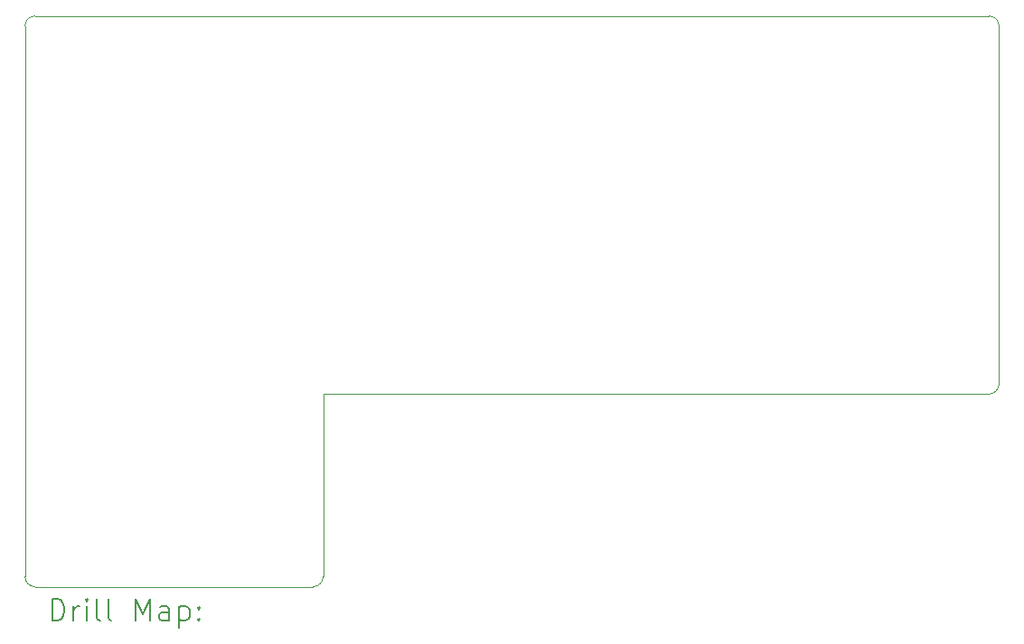
<source format=gbr>
%TF.GenerationSoftware,KiCad,Pcbnew,7.0.8*%
%TF.CreationDate,2023-11-02T14:20:55+02:00*%
%TF.ProjectId,ssd2828_board,73736432-3832-4385-9f62-6f6172642e6b,rev?*%
%TF.SameCoordinates,Original*%
%TF.FileFunction,Drillmap*%
%TF.FilePolarity,Positive*%
%FSLAX45Y45*%
G04 Gerber Fmt 4.5, Leading zero omitted, Abs format (unit mm)*
G04 Created by KiCad (PCBNEW 7.0.8) date 2023-11-02 14:20:55*
%MOMM*%
%LPD*%
G01*
G04 APERTURE LIST*
%ADD10C,0.100000*%
%ADD11C,0.200000*%
G04 APERTURE END LIST*
D10*
X14200180Y-8656650D02*
G75*
G03*
X14296700Y-8560130I0J96520D01*
G01*
X5267630Y-10462260D02*
X7868920Y-10462260D01*
X5267630Y-5111700D02*
G75*
G03*
X5171110Y-5208220I0J-96520D01*
G01*
X5171110Y-10365740D02*
G75*
G03*
X5267630Y-10462260I96520J0D01*
G01*
X5171110Y-8558170D02*
X5171110Y-10365740D01*
X7965440Y-10365740D02*
X7965440Y-8656320D01*
X14296700Y-5207890D02*
X14296700Y-8559800D01*
X7868920Y-10462260D02*
G75*
G03*
X7965440Y-10365740I0J96520D01*
G01*
X14200180Y-8656320D02*
X7965440Y-8656320D01*
X5267630Y-5111700D02*
X14200180Y-5111370D01*
X5171110Y-8558170D02*
X5171110Y-5208220D01*
X14296700Y-5207890D02*
G75*
G03*
X14200180Y-5111370I-96520J0D01*
G01*
D11*
X5426887Y-10778744D02*
X5426887Y-10578744D01*
X5426887Y-10578744D02*
X5474506Y-10578744D01*
X5474506Y-10578744D02*
X5503077Y-10588268D01*
X5503077Y-10588268D02*
X5522125Y-10607315D01*
X5522125Y-10607315D02*
X5531649Y-10626363D01*
X5531649Y-10626363D02*
X5541172Y-10664458D01*
X5541172Y-10664458D02*
X5541172Y-10693030D01*
X5541172Y-10693030D02*
X5531649Y-10731125D01*
X5531649Y-10731125D02*
X5522125Y-10750172D01*
X5522125Y-10750172D02*
X5503077Y-10769220D01*
X5503077Y-10769220D02*
X5474506Y-10778744D01*
X5474506Y-10778744D02*
X5426887Y-10778744D01*
X5626887Y-10778744D02*
X5626887Y-10645410D01*
X5626887Y-10683506D02*
X5636410Y-10664458D01*
X5636410Y-10664458D02*
X5645934Y-10654934D01*
X5645934Y-10654934D02*
X5664982Y-10645410D01*
X5664982Y-10645410D02*
X5684030Y-10645410D01*
X5750696Y-10778744D02*
X5750696Y-10645410D01*
X5750696Y-10578744D02*
X5741172Y-10588268D01*
X5741172Y-10588268D02*
X5750696Y-10597791D01*
X5750696Y-10597791D02*
X5760220Y-10588268D01*
X5760220Y-10588268D02*
X5750696Y-10578744D01*
X5750696Y-10578744D02*
X5750696Y-10597791D01*
X5874506Y-10778744D02*
X5855458Y-10769220D01*
X5855458Y-10769220D02*
X5845934Y-10750172D01*
X5845934Y-10750172D02*
X5845934Y-10578744D01*
X5979268Y-10778744D02*
X5960220Y-10769220D01*
X5960220Y-10769220D02*
X5950696Y-10750172D01*
X5950696Y-10750172D02*
X5950696Y-10578744D01*
X6207839Y-10778744D02*
X6207839Y-10578744D01*
X6207839Y-10578744D02*
X6274506Y-10721601D01*
X6274506Y-10721601D02*
X6341172Y-10578744D01*
X6341172Y-10578744D02*
X6341172Y-10778744D01*
X6522125Y-10778744D02*
X6522125Y-10673982D01*
X6522125Y-10673982D02*
X6512601Y-10654934D01*
X6512601Y-10654934D02*
X6493553Y-10645410D01*
X6493553Y-10645410D02*
X6455458Y-10645410D01*
X6455458Y-10645410D02*
X6436410Y-10654934D01*
X6522125Y-10769220D02*
X6503077Y-10778744D01*
X6503077Y-10778744D02*
X6455458Y-10778744D01*
X6455458Y-10778744D02*
X6436410Y-10769220D01*
X6436410Y-10769220D02*
X6426887Y-10750172D01*
X6426887Y-10750172D02*
X6426887Y-10731125D01*
X6426887Y-10731125D02*
X6436410Y-10712077D01*
X6436410Y-10712077D02*
X6455458Y-10702553D01*
X6455458Y-10702553D02*
X6503077Y-10702553D01*
X6503077Y-10702553D02*
X6522125Y-10693030D01*
X6617363Y-10645410D02*
X6617363Y-10845410D01*
X6617363Y-10654934D02*
X6636410Y-10645410D01*
X6636410Y-10645410D02*
X6674506Y-10645410D01*
X6674506Y-10645410D02*
X6693553Y-10654934D01*
X6693553Y-10654934D02*
X6703077Y-10664458D01*
X6703077Y-10664458D02*
X6712601Y-10683506D01*
X6712601Y-10683506D02*
X6712601Y-10740649D01*
X6712601Y-10740649D02*
X6703077Y-10759696D01*
X6703077Y-10759696D02*
X6693553Y-10769220D01*
X6693553Y-10769220D02*
X6674506Y-10778744D01*
X6674506Y-10778744D02*
X6636410Y-10778744D01*
X6636410Y-10778744D02*
X6617363Y-10769220D01*
X6798315Y-10759696D02*
X6807839Y-10769220D01*
X6807839Y-10769220D02*
X6798315Y-10778744D01*
X6798315Y-10778744D02*
X6788791Y-10769220D01*
X6788791Y-10769220D02*
X6798315Y-10759696D01*
X6798315Y-10759696D02*
X6798315Y-10778744D01*
X6798315Y-10654934D02*
X6807839Y-10664458D01*
X6807839Y-10664458D02*
X6798315Y-10673982D01*
X6798315Y-10673982D02*
X6788791Y-10664458D01*
X6788791Y-10664458D02*
X6798315Y-10654934D01*
X6798315Y-10654934D02*
X6798315Y-10673982D01*
M02*

</source>
